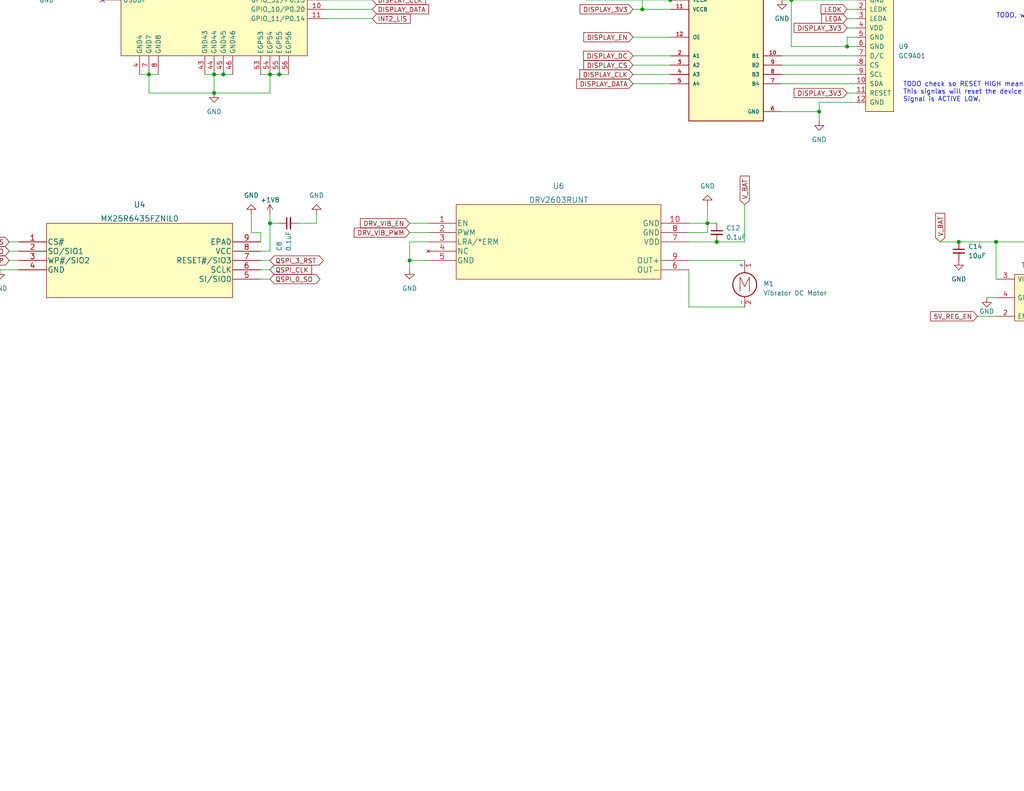
<source format=kicad_sch>
(kicad_sch (version 20211123) (generator eeschema)
  (paper "A")
  (junction (at -172.72 -48.26))
  (junction (at -55.88 -43.18))
  (junction (at -187.96 -38.1))
  (junction (at -17.78 73.66))
  (junction (at 78.74 -81.28))
  (junction (at -38.1 60.96))
  (junction (at 132.08 -12.7))
  (junction (at 261.62 66.04))
  (junction (at 175.26 2.54))
  (junction (at -170.18 -48.26))
  (junction (at 76.2 20.32))
  (junction (at 393.7 86.36))
  (junction (at -101.6 -48.26))
  (junction (at 109.22 -81.28))
  (junction (at 314.96 86.36))
  (junction (at -38.1 76.2))
  (junction (at -109.22 -27.94))
  (junction (at -231.14 -45.72))
  (junction (at 177.8 -25.4))
  (junction (at -22.86 73.66))
  (junction (at -259.08 -27.94))
  (junction (at 287.02 -12.7))
  (junction (at -124.46 -48.26))
  (junction (at -208.28 -17.78))
  (junction (at 218.44 -35.56))
  (junction (at -78.74 -33.02))
  (junction (at 231.14 12.7))
  (junction (at 58.42 20.32))
  (junction (at -218.44 -48.26))
  (junction (at 58.42 25.4))
  (junction (at 223.52 30.48))
  (junction (at 182.88 0))
  (junction (at -266.7 -43.18))
  (junction (at 73.66 20.32))
  (junction (at -218.44 -40.64))
  (junction (at 393.7 88.9))
  (junction (at 195.58 -15.24))
  (junction (at -254 -27.94))
  (junction (at -104.14 -48.26))
  (junction (at 215.9 0))
  (junction (at -22.86 66.04))
  (junction (at -266.7 -27.94))
  (junction (at 193.04 60.96))
  (junction (at 111.76 71.12))
  (junction (at -149.86 -17.78))
  (junction (at 93.98 -53.34))
  (junction (at 60.96 20.32))
  (junction (at -210.82 -48.26))
  (junction (at 40.64 20.32))
  (junction (at -279.4 -45.72))
  (junction (at 304.8 86.36))
  (junction (at -208.28 -48.26))
  (junction (at -193.04 -38.1))
  (junction (at 393.7 83.82))
  (junction (at -203.2 -10.16))
  (junction (at 271.78 66.04))
  (junction (at -241.3 -40.64))
  (junction (at 393.7 73.66))
  (junction (at -266.7 -45.72))
  (junction (at 220.98 -35.56))
  (junction (at -27.94 50.8))
  (junction (at -149.86 -7.62))
  (junction (at -144.78 2.54))
  (junction (at -17.78 66.04))
  (junction (at -17.78 60.96))
  (junction (at -38.1 73.66))
  (junction (at 195.58 66.04))
  (junction (at -101.6 -40.64))
  (junction (at -58.42 -43.18))
  (junction (at 73.66 60.96))
  (junction (at 294.64 0))
  (junction (at -157.48 2.54))
  (junction (at 287.02 0))
  (junction (at 386.08 73.66))
  (junction (at -22.86 60.96))
  (no_connect (at 383.54 76.2))
  (no_connect (at 383.54 91.44))
  (no_connect (at 347.98 88.9))
  (no_connect (at 347.98 91.44))
  (no_connect (at 347.98 86.36))
  (no_connect (at 347.98 76.2))
  (no_connect (at -83.82 63.5))
  (no_connect (at -116.84 -40.64))
  (no_connect (at 88.9 -45.72))
  (no_connect (at 27.94 -60.96))
  (no_connect (at 27.94 -58.42))
  (no_connect (at 27.94 -48.26))
  (no_connect (at 27.94 -50.8))
  (no_connect (at 27.94 -25.4))
  (no_connect (at 27.94 -30.48))
  (no_connect (at 27.94 -20.32))
  (no_connect (at 27.94 -17.78))
  (no_connect (at 27.94 -12.7))
  (no_connect (at 27.94 -10.16))
  (no_connect (at 88.9 -43.18))
  (no_connect (at 116.84 -25.4))
  (no_connect (at 116.84 -27.94))
  (no_connect (at 27.94 -2.54))
  (no_connect (at 27.94 0))
  (wire (pts (xy 119.38 -83.82) (xy 119.38 -81.28)))
  (wire (pts (xy 187.96 60.96) (xy 193.04 60.96)))
  (wire (pts (xy 20.32 -22.86) (xy 27.94 -22.86)))
  (wire (pts (xy -17.78 50.8) (xy -17.78 60.96)))
  (wire (pts (xy -266.7 -30.48) (xy -266.7 -27.94)))
  (wire (pts (xy 187.96 83.82) (xy 203.2 83.82)))
  (wire (pts (xy -208.28 -5.08) (xy -208.28 -17.78)))
  (wire (pts (xy -17.78 60.96) (xy -17.78 66.04)))
  (wire (pts (xy 93.98 -55.88) (xy 93.98 -53.34)))
  (wire (pts (xy 86.36 58.42) (xy 86.36 60.96)))
  (wire (pts (xy -55.88 -43.18) (xy -55.88 -38.1)))
  (wire (pts (xy 304.8 86.36) (xy 314.96 86.36)))
  (wire (pts (xy -17.78 66.04) (xy -17.78 73.66)))
  (wire (pts (xy 177.8 -25.4) (xy 177.8 -27.94)))
  (wire (pts (xy 76.2 60.96) (xy 73.66 60.96)))
  (wire (pts (xy -254 -30.48) (xy -254 -27.94)))
  (wire (pts (xy -170.18 -48.26) (xy -161.29 -48.26)))
  (wire (pts (xy 93.98 -60.96) (xy 88.9 -60.96)))
  (wire (pts (xy -93.98 -27.94) (xy -93.98 -38.1)))
  (wire (pts (xy 223.52 30.48) (xy 223.52 33.02)))
  (wire (pts (xy -266.7 -38.1) (xy -266.7 -43.18)))
  (wire (pts (xy 393.7 73.66) (xy 393.7 83.82)))
  (wire (pts (xy 93.98 -58.42) (xy 88.9 -58.42)))
  (wire (pts (xy 180.34 -22.86) (xy 180.34 -17.78)))
  (wire (pts (xy 213.36 17.78) (xy 233.68 17.78)))
  (wire (pts (xy -144.78 2.54) (xy -144.78 7.62)))
  (wire (pts (xy -144.78 2.54) (xy -142.24 2.54)))
  (wire (pts (xy -157.48 -17.78) (xy -149.86 -17.78)))
  (wire (pts (xy -195.58 -38.1) (xy -193.04 -38.1)))
  (wire (pts (xy 220.98 -35.56) (xy 220.98 -27.94)))
  (wire (pts (xy 279.4 -25.4) (xy 287.02 -25.4)))
  (wire (pts (xy 220.98 -35.56) (xy 226.06 -35.56)))
  (wire (pts (xy 99.06 -83.82) (xy 99.06 -81.28)))
  (wire (pts (xy -271.78 -43.18) (xy -266.7 -43.18)))
  (wire (pts (xy 88.9 2.54) (xy 101.6 2.54)))
  (wire (pts (xy 20.32 -27.94) (xy 27.94 -27.94)))
  (wire (pts (xy -266.7 -45.72) (xy -266.7 -43.18)))
  (wire (pts (xy 40.64 25.4) (xy 58.42 25.4)))
  (wire (pts (xy 292.1 -25.4) (xy 304.8 -25.4)))
  (wire (pts (xy 88.9 -7.62) (xy 101.6 -7.62)))
  (wire (pts (xy 231.14 12.7) (xy 233.68 12.7)))
  (wire (pts (xy -149.86 -10.16) (xy -149.86 -7.62)))
  (wire (pts (xy 279.4 -2.54) (xy 279.4 0)))
  (wire (pts (xy 109.22 -91.44) (xy 109.22 -88.9)))
  (wire (pts (xy 88.9 -12.7) (xy 101.6 -12.7)))
  (wire (pts (xy -238.76 -50.8) (xy -238.76 -40.64)))
  (wire (pts (xy 231.14 2.54) (xy 233.68 2.54)))
  (wire (pts (xy -210.82 -50.8) (xy -210.82 -48.26)))
  (wire (pts (xy -193.04 -38.1) (xy -187.96 -38.1)))
  (wire (pts (xy 116.84 66.04) (xy 111.76 66.04)))
  (wire (pts (xy 0 -93.98) (xy 0 -88.9)))
  (wire (pts (xy -208.28 -17.78) (xy -203.2 -17.78)))
  (wire (pts (xy -271.78 -30.48) (xy -271.78 -27.94)))
  (wire (pts (xy 287.02 -5.08) (xy 287.02 0)))
  (wire (pts (xy -25.4 50.8) (xy -27.94 50.8)))
  (wire (pts (xy -208.28 -48.26) (xy -193.04 -48.26)))
  (wire (pts (xy 55.88 20.32) (xy 58.42 20.32)))
  (wire (pts (xy -116.84 -55.88) (xy -116.84 -43.18)))
  (wire (pts (xy 195.58 -17.78) (xy 195.58 -15.24)))
  (wire (pts (xy 78.74 -91.44) (xy 78.74 -88.9)))
  (wire (pts (xy 2.54 66.04) (xy 5.08 66.04)))
  (wire (pts (xy 88.9 -10.16) (xy 101.6 -10.16)))
  (wire (pts (xy 383.54 88.9) (xy 393.7 88.9)))
  (wire (pts (xy 99.06 -81.28) (xy 109.22 -81.28)))
  (wire (pts (xy 119.38 -81.28) (xy 109.22 -81.28)))
  (wire (pts (xy 393.7 86.36) (xy 393.7 88.9)))
  (wire (pts (xy -78.74 -33.02) (xy -55.88 -33.02)))
  (wire (pts (xy 182.88 -2.54) (xy 182.88 0)))
  (wire (pts (xy -241.3 -45.72) (xy -231.14 -45.72)))
  (wire (pts (xy 2.54 68.58) (xy 5.08 68.58)))
  (wire (pts (xy 231.14 7.62) (xy 233.68 7.62)))
  (wire (pts (xy -38.1 73.66) (xy -22.86 73.66)))
  (wire (pts (xy 76.2 20.32) (xy 78.74 20.32)))
  (wire (pts (xy 58.42 -73.66) (xy 58.42 -71.12)))
  (wire (pts (xy -266.7 -45.72) (xy -264.16 -45.72)))
  (wire (pts (xy 12.7 -5.08) (xy 27.94 -5.08)))
  (wire (pts (xy 172.72 10.16) (xy 182.88 10.16)))
  (wire (pts (xy -27.94 45.72) (xy -27.94 50.8)))
  (wire (pts (xy -93.98 -48.26) (xy -101.6 -48.26)))
  (wire (pts (xy 304.8 86.36) (xy 304.8 88.9)))
  (wire (pts (xy -233.68 -27.94) (xy -233.68 -33.02)))
  (wire (pts (xy -170.18 -40.64) (xy -170.18 -48.26)))
  (wire (pts (xy 172.72 20.32) (xy 182.88 20.32)))
  (wire (pts (xy 299.72 66.04) (xy 299.72 76.2)))
  (wire (pts (xy -124.46 -55.88) (xy -124.46 -48.26)))
  (wire (pts (xy 215.9 0) (xy 233.68 0)))
  (wire (pts (xy -22.86 58.42) (xy -22.86 60.96)))
  (wire (pts (xy 20.32 -35.56) (xy 27.94 -35.56)))
  (wire (pts (xy 393.7 83.82) (xy 398.78 83.82)))
  (wire (pts (xy -157.48 0) (xy -157.48 2.54)))
  (wire (pts (xy 88.9 -2.54) (xy 101.6 -2.54)))
  (wire (pts (xy -266.7 -35.56) (xy -264.16 -35.56)))
  (wire (pts (xy 340.36 78.74) (xy 347.98 78.74)))
  (wire (pts (xy -271.78 -27.94) (xy -266.7 -27.94)))
  (wire (pts (xy -203.2 -10.16) (xy -203.2 -7.62)))
  (wire (pts (xy 271.78 66.04) (xy 281.94 66.04)))
  (wire (pts (xy 177.8 -27.94) (xy 180.34 -27.94)))
  (wire (pts (xy 38.1 -93.98) (xy 38.1 -86.36)))
  (wire (pts (xy -91.44 71.12) (xy -83.82 71.12)))
  (wire (pts (xy 269.24 81.28) (xy 271.78 81.28)))
  (wire (pts (xy -109.22 -55.88) (xy -109.22 -27.94)))
  (wire (pts (xy -193.04 -35.56) (xy -193.04 -38.1)))
  (wire (pts (xy -195.58 -40.64) (xy -195.58 -38.1)))
  (wire (pts (xy 187.96 71.12) (xy 203.2 71.12)))
  (wire (pts (xy 25.4 -93.98) (xy 25.4 -88.9)))
  (wire (pts (xy 213.36 15.24) (xy 233.68 15.24)))
  (wire (pts (xy 172.72 15.24) (xy 182.88 15.24)))
  (wire (pts (xy 71.12 71.12) (xy 73.66 71.12)))
  (wire (pts (xy 276.86 -12.7) (xy 281.94 -12.7)))
  (wire (pts (xy 175.26 2.54) (xy 182.88 2.54)))
  (wire (pts (xy -144.78 -17.78) (xy -149.86 -17.78)))
  (wire (pts (xy -50.8 -43.18) (xy -50.8 -45.72)))
  (wire (pts (xy 386.08 73.66) (xy 386.08 78.74)))
  (wire (pts (xy 20.32 -53.34) (xy 27.94 -53.34)))
  (wire (pts (xy 116.84 71.12) (xy 111.76 71.12)))
  (wire (pts (xy -38.1 76.2) (xy -22.86 76.2)))
  (wire (pts (xy -93.98 -40.64) (xy -101.6 -40.64)))
  (wire (pts (xy -147.32 -43.18) (xy -162.56 -43.18)))
  (wire (pts (xy -279.4 -45.72) (xy -266.7 -45.72)))
  (wire (pts (xy -40.64 76.2) (xy -38.1 76.2)))
  (wire (pts (xy 294.64 0) (xy 287.02 0)))
  (wire (pts (xy 287.02 -12.7) (xy 287.02 -10.16)))
  (wire (pts (xy -175.26 -38.1) (xy -172.72 -38.1)))
  (wire (pts (xy 88.9 -38.1) (xy 116.84 -38.1)))
  (wire (pts (xy 187.96 63.5) (xy 193.04 63.5)))
  (wire (pts (xy 73.66 68.58) (xy 73.66 60.96)))
  (wire (pts (xy -66.04 -40.64) (xy -58.42 -40.64)))
  (wire (pts (xy 261.62 66.04) (xy 271.78 66.04)))
  (wire (pts (xy 50.8 -93.98) (xy 50.8 -88.9)))
  (wire (pts (xy 294.64 -7.62) (xy 294.64 0)))
  (wire (pts (xy 111.76 66.04) (xy 111.76 71.12)))
  (wire (pts (xy 78.74 -83.82) (xy 78.74 -81.28)))
  (wire (pts (xy -266.7 -27.94) (xy -259.08 -27.94)))
  (wire (pts (xy 302.26 -20.32) (xy 304.8 -20.32)))
  (wire (pts (xy -22.86 73.66) (xy -17.78 73.66)))
  (wire (pts (xy 393.7 66.04) (xy 393.7 73.66)))
  (wire (pts (xy 88.9 -20.32) (xy 101.6 -20.32)))
  (wire (pts (xy 93.98 -60.96) (xy 93.98 -58.42)))
  (wire (pts (xy 266.7 86.36) (xy 271.78 86.36)))
  (wire (pts (xy 304.8 0) (xy 294.64 0)))
  (wire (pts (xy 88.9 5.08) (xy 101.6 5.08)))
  (wire (pts (xy 58.42 25.4) (xy 73.66 25.4)))
  (wire (pts (xy -20.32 50.8) (xy -17.78 50.8)))
  (wire (pts (xy 383.54 81.28) (xy 388.62 81.28)))
  (wire (pts (xy 213.36 20.32) (xy 233.68 20.32)))
  (wire (pts (xy 73.66 25.4) (xy 73.66 20.32)))
  (wire (pts (xy 88.9 -33.02) (xy 116.84 -33.02)))
  (wire (pts (xy 271.78 66.04) (xy 271.78 76.2)))
  (wire (pts (xy 93.98 -50.8) (xy 93.98 -53.34)))
  (wire (pts (xy 294.64 -20.32) (xy 294.64 -17.78)))
  (wire (pts (xy 215.9 0) (xy 215.9 12.7)))
  (wire (pts (xy 212.09 -33.02) (xy 218.44 -33.02)))
  (wire (pts (xy 193.04 60.96) (xy 195.58 60.96)))
  (wire (pts (xy -101.6 -40.64) (xy -101.6 -33.02)))
  (wire (pts (xy 88.9 -81.28) (xy 78.74 -81.28)))
  (wire (pts (xy 71.12 68.58) (xy 73.66 68.58)))
  (wire (pts (xy 223.52 27.94) (xy 223.52 30.48)))
  (wire (pts (xy 88.9 -55.88) (xy 93.98 -55.88)))
  (wire (pts (xy 88.9 -30.48) (xy 116.84 -30.48)))
  (wire (pts (xy 20.32 -43.18) (xy 27.94 -43.18)))
  (wire (pts (xy 88.9 -50.8) (xy 93.98 -50.8)))
  (wire (pts (xy 215.9 12.7) (xy 231.14 12.7)))
  (wire (pts (xy -109.22 -27.94) (xy -93.98 -27.94)))
  (wire (pts (xy 212.09 -35.56) (xy 213.36 -35.56)))
  (wire (pts (xy 195.58 -15.24) (xy 220.98 -15.24)))
  (wire (pts (xy 129.54 -12.7) (xy 132.08 -12.7)))
  (wire (pts (xy 213.36 30.48) (xy 223.52 30.48)))
  (wire (pts (xy 0 73.66) (xy 5.08 73.66)))
  (wire (pts (xy -266.7 -43.18) (xy -264.16 -43.18)))
  (wire (pts (xy -177.8 -48.26) (xy -172.72 -48.26)))
  (wire (pts (xy 88.9 -53.34) (xy 93.98 -53.34)))
  (wire (pts (xy -231.14 -40.64) (xy -218.44 -40.64)))
  (wire (pts (xy 111.76 71.12) (xy 111.76 73.66)))
  (wire (pts (xy -210.82 -48.26) (xy -208.28 -48.26)))
  (wire (pts (xy -281.94 -45.72) (xy -279.4 -45.72)))
  (wire (pts (xy -203.2 -7.62) (xy -198.12 -7.62)))
  (wire (pts (xy 88.9 -22.86) (xy 101.6 -22.86)))
  (wire (pts (xy 287.02 66.04) (xy 299.72 66.04)))
  (wire (pts (xy -241.3 -27.94) (xy -233.68 -27.94)))
  (wire (pts (xy 88.9 0) (xy 101.6 0)))
  (wire (pts (xy -144.78 -15.24) (xy -144.78 -17.78)))
  (wire (pts (xy 383.54 78.74) (xy 386.08 78.74)))
  (wire (pts (xy 203.2 66.04) (xy 203.2 55.88)))
  (wire (pts (xy -25.4 60.96) (xy -25.4 66.04)))
  (wire (pts (xy 88.9 -83.82) (xy 88.9 -81.28)))
  (wire (pts (xy 299.72 81.28) (xy 304.8 81.28)))
  (wire (pts (xy 119.38 -91.44) (xy 119.38 -88.9)))
  (wire (pts (xy 109.22 -83.82) (xy 109.22 -81.28)))
  (wire (pts (xy -22.86 73.66) (xy -22.86 76.2)))
  (wire (pts (xy 193.04 63.5) (xy 193.04 60.96)))
  (wire (pts (xy -203.2 -10.16) (xy -198.12 -10.16)))
  (wire (pts (xy -157.48 -7.62) (xy -149.86 -7.62)))
  (wire (pts (xy 132.08 -15.24) (xy 132.08 -12.7)))
  (wire (pts (xy 175.26 -2.54) (xy 175.26 2.54)))
  (wire (pts (xy 73.66 20.32) (xy 76.2 20.32)))
  (wire (pts (xy 20.32 -38.1) (xy 27.94 -38.1)))
  (wire (pts (xy 129.54 -15.24) (xy 129.54 -12.7)))
  (wire (pts (xy 71.12 76.2) (xy 73.66 76.2)))
  (wire (pts (xy 279.4 0) (xy 287.02 0)))
  (wire (pts (xy 213.36 0) (xy 215.9 0)))
  (wire (pts (xy 78.74 -81.28) (xy 71.12 -81.28)))
  (wire (pts (xy 160.02 0) (xy 182.88 0)))
  (wire (pts (xy -162.56 -43.18) (xy -162.56 -27.94)))
  (wire (pts (xy 187.96 73.66) (xy 187.96 83.82)))
  (wire (pts (xy -40.64 60.96) (xy -38.1 60.96)))
  (wire (pts (xy -124.46 -48.26) (xy -104.14 -48.26)))
  (wire (pts (xy -157.48 2.54) (xy -157.48 5.08)))
  (wire (pts (xy 20.32 -55.88) (xy 27.94 -55.88)))
  (wire (pts (xy -231.14 -48.26) (xy -218.44 -48.26)))
  (wire (pts (xy 231.14 5.08) (xy 233.68 5.08)))
  (wire (pts (xy -241.3 -40.64) (xy -241.3 -35.56)))
  (wire (pts (xy -101.6 -48.26) (xy -104.14 -48.26)))
  (wire (pts (xy 172.72 -2.54) (xy 175.26 -2.54)))
  (wire (pts (xy 71.12 73.66) (xy 73.66 73.66)))
  (wire (pts (xy 218.44 -33.02) (xy 218.44 -35.56)))
  (wire (pts (xy -187.96 -38.1) (xy -180.34 -38.1)))
  (wire (pts (xy 20.32 -33.02) (xy 27.94 -33.02)))
  (wire (pts (xy -93.98 -43.18) (xy -93.98 -48.26)))
  (wire (pts (xy -187.96 -40.64) (xy -187.96 -38.1)))
  (wire (pts (xy -208.28 -48.26) (xy -208.28 -17.78)))
  (wire (pts (xy 193.04 60.96) (xy 193.04 55.88)))
  (wire (pts (xy -27.94 58.42) (xy -27.94 50.8)))
  (wire (pts (xy 88.9 -91.44) (xy 88.9 -88.9)))
  (wire (pts (xy 383.54 83.82) (xy 393.7 83.82)))
  (wire (pts (xy 386.08 66.04) (xy 386.08 73.66)))
  (wire (pts (xy 340.36 81.28) (xy 347.98 81.28)))
  (wire (pts (xy 38.1 20.32) (xy 40.64 20.32)))
  (wire (pts (xy -238.76 -40.64) (xy -241.3 -40.64)))
  (wire (pts (xy -157.48 2.54) (xy -144.78 2.54)))
  (wire (pts (xy 393.7 86.36) (xy 398.78 86.36)))
  (wire (pts (xy -152.4 -38.1) (xy -147.32 -38.1)))
  (wire (pts (xy 231.14 25.4) (xy 233.68 25.4)))
  (wire (pts (xy 195.58 66.04) (xy 203.2 66.04)))
  (wire (pts (xy -104.14 -55.88) (xy -104.14 -48.26)))
  (wire (pts (xy 187.96 66.04) (xy 195.58 66.04)))
  (wire (pts (xy 177.8 -15.24) (xy 195.58 -15.24)))
  (wire (pts (xy -38.1 60.96) (xy -25.4 60.96)))
  (wire (pts (xy -271.78 -35.56) (xy -271.78 -43.18)))
  (wire (pts (xy -101.6 -43.18) (xy -101.6 -40.64)))
  (wire (pts (xy -40.64 73.66) (xy -38.1 73.66)))
  (wire (pts (xy -149.86 -15.24) (xy -149.86 -17.78)))
  (wire (pts (xy 175.26 -33.02) (xy 180.34 -33.02)))
  (wire (pts (xy -55.88 -43.18) (xy -50.8 -43.18)))
  (wire (pts (xy 391.16 73.66) (xy 393.7 73.66)))
  (wire (pts (xy 220.98 -22.86) (xy 220.98 -15.24)))
  (wire (pts (xy 233.68 10.16) (xy 231.14 10.16)))
  (wire (pts (xy -208.28 -5.08) (xy -198.12 -5.08)))
  (wire (pts (xy 233.68 27.94) (xy 223.52 27.94)))
  (wire (pts (xy -25.4 66.04) (xy -22.86 66.04)))
  (wire (pts (xy 2.54 71.12) (xy 5.08 71.12)))
  (wire (pts (xy -78.74 -33.02) (xy -78.74 -30.48)))
  (wire (pts (xy -99.06 68.58) (xy -83.82 68.58)))
  (wire (pts (xy 40.64 20.32) (xy 43.18 20.32)))
  (wire (pts (xy 71.12 63.5) (xy 71.12 66.04)))
  (wire (pts (xy 383.54 86.36) (xy 393.7 86.36)))
  (wire (pts (xy -162.56 -27.94) (xy -109.22 -27.94)))
  (wire (pts (xy -172.72 -48.26) (xy -172.72 -38.1)))
  (wire (pts (xy 86.36 60.96) (xy 81.28 60.96)))
  (wire (pts (xy -264.16 -38.1) (xy -266.7 -38.1)))
  (wire (pts (xy -279.4 -45.72) (xy -279.4 -43.18)))
  (wire (pts (xy 60.96 20.32) (xy 63.5 20.32)))
  (wire (pts (xy 231.14 10.16) (xy 231.14 12.7)))
  (wire (pts (xy -170.18 -40.64) (xy -147.32 -40.64)))
  (wire (pts (xy 20.32 -40.64) (xy 27.94 -40.64)))
  (wire (pts (xy -22.86 60.96) (xy -22.86 66.04)))
  (wire (pts (xy -17.78 73.66) (xy -17.78 83.82)))
  (wire (pts (xy 12.7 -93.98) (xy 12.7 -88.9)))
  (wire (pts (xy -149.86 -7.62) (xy -142.24 -7.62)))
  (wire (pts (xy 88.9 -5.08) (xy 101.6 -5.08)))
  (wire (pts (xy 279.4 -25.4) (xy 279.4 -7.62)))
  (wire (pts (xy 340.36 83.82) (xy 347.98 83.82)))
  (wire (pts (xy 180.34 -17.78) (xy 195.58 -17.78)))
  (wire (pts (xy 218.44 -35.56) (xy 220.98 -35.56)))
  (wire (pts (xy 58.42 20.32) (xy 60.96 20.32)))
  (wire (pts (xy -251.46 -30.48) (xy -251.46 -27.94)))
  (wire (pts (xy 88.9 -17.78) (xy 101.6 -17.78)))
  (wire (pts (xy 73.66 60.96) (xy 73.66 58.42)))
  (wire (pts (xy -101.6 -33.02) (xy -78.74 -33.02)))
  (wire (pts (xy 40.64 20.32) (xy 40.64 25.4)))
  (wire (pts (xy -38.1 58.42) (xy -27.94 58.42)))
  (wire (pts (xy 111.76 60.96) (xy 116.84 60.96)))
  (wire (pts (xy 172.72 2.54) (xy 175.26 2.54)))
  (wire (pts (xy -58.42 -40.64) (xy -58.42 -43.18)))
  (wire (pts (xy 132.08 -12.7) (xy 132.08 -10.16)))
  (wire (pts (xy -231.14 -45.72) (xy -231.14 -48.26)))
  (wire (pts (xy -60.96 -43.18) (xy -58.42 -43.18)))
  (wire (pts (xy -172.72 -48.26) (xy -170.18 -48.26)))
  (wire (pts (xy 68.58 63.5) (xy 71.12 63.5)))
  (wire (pts (xy 297.18 -20.32) (xy 294.64 -20.32)))
  (wire (pts (xy -91.44 60.96) (xy -83.82 60.96)))
  (wire (pts (xy 213.36 22.86) (xy 233.68 22.86)))
  (wire (pts (xy -218.44 -48.26) (xy -210.82 -48.26)))
  (wire (pts (xy -153.67 -48.26) (xy -124.46 -48.26)))
  (wire (pts (xy 393.7 88.9) (xy 393.7 91.44)))
  (wire (pts (xy 71.12 20.32) (xy 73.66 20.32)))
  (wire (pts (xy 314.96 86.36) (xy 325.12 86.36)))
  (wire (pts (xy 256.54 66.04) (xy 261.62 66.04)))
  (wire (pts (xy -55.88 -55.88) (xy -55.88 -43.18)))
  (wire (pts (xy -157.48 -17.78) (xy -157.48 -10.16)))
  (wire (pts (xy 172.72 17.78) (xy 182.88 17.78)))
  (wire (pts (xy -241.3 -30.48) (xy -241.3 -27.94)))
  (wire (pts (xy -58.42 -43.18) (xy -55.88 -43.18)))
  (wire (pts (xy -203.2 -12.7) (xy -203.2 -10.16)))
  (wire (pts (xy -251.46 -27.94) (xy -254 -27.94)))
  (wire (pts (xy 111.76 63.5) (xy 116.84 63.5)))
  (wire (pts (xy 299.72 86.36) (xy 304.8 86.36)))
  (wire (pts (xy 99.06 -91.44) (xy 99.06 -88.9)))
  (wire (pts (xy -259.08 -27.94) (xy -254 -27.94)))
  (wire (pts (xy 96.52 -53.34) (xy 93.98 -53.34)))
  (wire (pts (xy 177.8 -20.32) (xy 177.8 -25.4)))
  (wire (pts (xy 68.58 58.42) (xy 68.58 63.5)))
  (wire (pts (xy 88.9 -25.4) (xy 101.6 -25.4)))
  (wire (pts (xy 58.42 20.32) (xy 58.42 25.4)))
  (wire (pts (xy 172.72 -25.4) (xy 177.8 -25.4)))
  (wire (pts (xy 172.72 22.86) (xy 182.88 22.86)))
  (text "TODO, depends on placement on PCB" (at 93.98 -53.34 0) (effects (font (size 1.27 1.27)) (justify left bottom)))
  (text "3V3 display regulator" (at 185.42 -17.78 0) (effects (font (size 1.27 1.27)) (justify left bottom)))
  (text "MOSFET P/N Pair" (at -185.42 2.54 0) (effects (font (size 1.27 1.27)) (justify left bottom)))
  (text "SELI LOW => charge with 100mA\nSELV HIGH => charge to 4.2V" (at -284.48 -22.86 0) (effects (font (size 0.9 0.9)) (justify left bottom)))
  (text "Battery supervisor" (at -142.24 -45.72 0) (effects (font (size 1.27 1.27)) (justify left bottom)))
  (text "RESET goes LOW when V_BAT < 3.6V" (at -147.32 -27.94 0) (effects (font (size 1.27 1.27)) (justify left bottom)))
  (text "TODO CHECK if OK" (at -185.5432 -29.0836 0) (effects (font (size 1.27 1.27)) (justify left bottom)))
  (text "TODO: OK to use GND as PGND?\nTheir ref. design does that\nhttps://media.digikey.com/Photos/RDL/MAXREFDES117%20-%20Schematic%20-%20Full.png" (at 337.82 99.06 0) (effects (font (size 0.7 0.7)) (justify left bottom)))
  (text "Max 30mA for backlight\nU/I = R => 3.3/0.03 = 110 ohm" (at 307.34 -10.16 0) (effects (font (size 1.27 1.27)) (justify left bottom)))
  (text "I2C pull-ups" (at 78.74 -106.68 0) (effects (font (size 1.27 1.27)) (justify left bottom)))
  (text "In case of issues in battery and power management circuit \nthere are a solder bridge that can be unconnected\nin order for rest of board to still function.\n\nIf not working we can inject 5V at V_BAT testpoint and at 1.8V regulator CE." (at -142.24 -68.58 0) (effects (font (size 1.27 1.27)) (justify left bottom)))
  (text "TODO, will 1.8 turn on mosfet?" (at 271.78 5.08 0) (effects (font (size 1.27 1.27)) (justify left bottom)))
  (text "Use internal antenna" (at 93.98 -58.42 0) (effects (font (size 1.27 1.27)) (justify left bottom)))
  (text "To use external power when both\nbattery and external power are connected" (at -198.12 -55.88 0) (effects (font (size 1.27 1.27)) (justify left bottom)))
  (text "Pull down all EN.\nBattery is connected directly to some of those ICs\nbut since EN is pulled low and only set high by ANNA, they\nwill be off when battery is low (ANNA shut off)." (at 99.06 -106.68 0) (effects (font (size 1.27 1.27)) (justify left bottom)))
  (text "LIPO Charger" (at -259.08 -55.88 0) (effects (font (size 1.27 1.27)) (justify left bottom)))
  (text "_{I2C 0011101b}" (at -93.98 68.58 0) (effects (font (size 1.27 1.27)) (justify left bottom)))
  (text "TODO check so RESET HIGH means ON\nThis signlas will reset the device and it must be applied to properly initialize the chip.\nSignal is ACTIVE LOW." (at 246.38 27.94 0) (effects (font (size 1.27 1.27)) (justify left bottom)))
  (text "1.8V regulator" (at -86.36 -50.8 0) (effects (font (size 1.27 1.27)) (justify left bottom)))
  (text "1.8V" (at 266.7 -15.24 0) (effects (font (size 1.27 1.27)) (justify left bottom)))
  (global_label "DISPLAY_BLK" (shape input) (at 276.86 -12.7 180) (property "Intersheet References" "${INTERSHEET_REFS}" (effects hide)))
  (global_label "DISPLAY_EN" (shape input) (at 165.1 -96.52 270) (property "Intersheet References" "${INTERSHEET_REFS}" (effects hide)))
  (global_label "DISPLAY_CLK" (shape input) (at 172.72 20.32 180) (property "Intersheet References" "${INTERSHEET_REFS}" (effects hide)))
  (global_label "SDA_ANNA" (shape bidirectional) (at 88.9 -91.44 90) (property "Intersheet References" "${INTERSHEET_REFS}" (effects hide)))
  (global_label "INT2_LIS" (shape input) (at 101.6 5.08 0) (property "Intersheet References" "${INTERSHEET_REFS}" (effects hide)))
  (global_label "DISPLAY_EN" (shape input) (at 172.72 10.16 180) (property "Intersheet References" "${INTERSHEET_REFS}" (effects hide)))
  (global_label "BAT_MON" (shape input) (at 20.32 -33.02 180) (property "Intersheet References" "${INTERSHEET_REFS}" (effects hide)))
  (global_label "LEDA" (shape input) (at 231.14 5.08 180) (property "Intersheet References" "${INTERSHEET_REFS}" (effects hide)))
  (global_label "INT1_LIS" (shape input) (at 101.6 -5.08 0) (property "Intersheet References" "${INTERSHEET_REFS}" (effects hide)))
  (global_label "5V_REG_EN" (shape input) (at 20.32 -22.86 180) (property "Intersheet References" "${INTERSHEET_REFS}" (effects hide)))
  (global_label "DISPLAY_DC" (shape input) (at 172.72 15.24 180) (property "Intersheet References" "${INTERSHEET_REFS}" (effects hide)))
  (global_label "DISPLAY_EN" (shape input) (at 99.06 -91.44 90) (property "Intersheet References" "${INTERSHEET_REFS}" (effects hide)))
  (global_label "DRV_VIB_EN" (shape input) (at 101.6 -10.16 0) (property "Intersheet References" "${INTERSHEET_REFS}" (effects hide)))
  (global_label "SCL_ANNA" (shape output) (at 78.74 -91.44 90) (property "Intersheet References" "${INTERSHEET_REFS}" (effects hide)))
  (global_label "QSPI_CLK" (shape input) (at 20.32 -38.1 180) (property "Intersheet References" "${INTERSHEET_REFS}" (effects hide)))
  (global_label "DISPLAY_3V3" (shape input) (at 279.4 -25.4 180) (property "Intersheet References" "${INTERSHEET_REFS}" (effects hide)))
  (global_label "DISPLAY_CLK" (shape input) (at 101.6 0 0) (property "Intersheet References" "${INTERSHEET_REFS}" (effects hide)))
  (global_label "DISPLAY_3V3" (shape input) (at 157.48 -96.52 270) (property "Intersheet References" "${INTERSHEET_REFS}" (effects hide)))
  (global_label "SDA_ANNA" (shape input) (at 101.6 -22.86 0) (property "Intersheet References" "${INTERSHEET_REFS}" (effects hide)))
  (global_label "DRV_VIB_EN" (shape input) (at 109.22 -91.44 90) (property "Intersheet References" "${INTERSHEET_REFS}" (effects hide)))
  (global_label "SCL_ANNA" (shape input) (at 142.24 -96.52 270) (property "Intersheet References" "${INTERSHEET_REFS}" (effects hide)))
  (global_label "DISPLAY_CS" (shape input) (at 172.72 17.78 180) (property "Intersheet References" "${INTERSHEET_REFS}" (effects hide)))
  (global_label "DISPLAY_3V3" (shape input) (at 231.14 25.4 180) (property "Intersheet References" "${INTERSHEET_REFS}" (effects hide)))
  (global_label "V_BAT" (shape input) (at -104.14 -55.88 90) (property "Intersheet References" "${INTERSHEET_REFS}" (effects hide)))
  (global_label "INT1_LIS" (shape output) (at -38.1 66.04 0) (property "Intersheet References" "${INTERSHEET_REFS}" (effects hide)))
  (global_label "CHG" (shape input) (at -238.76 -40.64 0) (property "Intersheet References" "${INTERSHEET_REFS}" (effects hide)))
  (global_label "DISPLAY_3V3" (shape input) (at 226.06 -35.56 0) (property "Intersheet References" "${INTERSHEET_REFS}" (effects hide)))
  (global_label "DISPLAY_3V3" (shape input) (at 231.14 7.62 180) (property "Intersheet References" "${INTERSHEET_REFS}" (effects hide)))
  (global_label "LEDK" (shape input) (at 304.8 -20.32 0) (property "Intersheet References" "${INTERSHEET_REFS}" (effects hide)))
  (global_label "DRV_VIB_PWM" (shape input) (at 101.6 -20.32 0) (property "Intersheet References" "${INTERSHEET_REFS}" (effects hide)))
  (global_label "DRV_VIB_PWM" (shape input) (at 111.76 63.5 180) (property "Intersheet References" "${INTERSHEET_REFS}" (effects hide)))
  (global_label "SDA_ANNA" (shape input) (at 149.86 -96.52 270) (property "Intersheet References" "${INTERSHEET_REFS}" (effects hide)))
  (global_label "5V_REG_EN" (shape input) (at 266.7 86.36 180) (property "Intersheet References" "${INTERSHEET_REFS}" (effects hide)))
  (global_label "SDA_ANNA" (shape input) (at 340.36 81.28 180) (property "Intersheet References" "${INTERSHEET_REFS}" (effects hide)))
  (global_label "QSPI_2_WP" (shape bidirectional) (at 20.32 -43.18 180) (property "Intersheet References" "${INTERSHEET_REFS}" (effects hide)))
  (global_label "QSPI_3_RST" (shape bidirectional) (at 73.66 71.12 0) (property "Intersheet References" "${INTERSHEET_REFS}" (effects hide)))
  (global_label "BAT_MON_EN" (shape input) (at 20.32 -27.94 180) (property "Intersheet References" "${INTERSHEET_REFS}" (effects hide)))
  (global_label "V_BAT" (shape input) (at 172.72 -25.4 180) (property "Intersheet References" "${INTERSHEET_REFS}" (effects hide)))
  (global_label "SCL_ANNA" (shape input) (at -91.44 60.96 180) (property "Intersheet References" "${INTERSHEET_REFS}" (effects hide)))
  (global_label "LEDA" (shape input) (at 304.8 -25.4 0) (property "Intersheet References" "${INTERSHEET_REFS}" (effects hide)))
  (global_label "V_BAT" (shape input) (at 38.1 -86.36 270) (property "Intersheet References" "${INTERSHEET_REFS}" (effects hide)))
  (global_label "DISPLAY_CS" (shape input) (at 101.6 -12.7 0) (property "Intersheet References" "${INTERSHEET_REFS}" (effects hide)))
  (global_label "QSPI_0_SO" (shape bidirectional) (at 73.66 76.2 0) (property "Intersheet References" "${INTERSHEET_REFS}" (effects hide)))
  (global_label "DRV_VIB_EN" (shape input) (at 111.76 60.96 180) (property "Intersheet References" "${INTERSHEET_REFS}" (effects hide)))
  (global_label "INT2_LIS" (shape output) (at -38.1 68.58 0) (property "Intersheet References" "${INTERSHEET_REFS}" (effects hide)))
  (global_label "DISPLAY_3V3" (shape input) (at 172.72 2.54 180) (property "Intersheet References" "${INTERSHEET_REFS}" (effects hide)))
  (global_label "BAT_MON_EN" (shape input) (at -142.24 -7.62 0) (property "Intersheet References" "${INTERSHEET_REFS}" (effects hide)))
  (global_label "LEDK" (shape input) (at 231.14 2.54 180) (property "Intersheet References" "${INTERSHEET_REFS}" (effects hide)))
  (global_label "MAX30_INT" (shape input) (at 386.08 66.04 90) (property "Intersheet References" "${INTERSHEET_REFS}" (effects hide)))
  (global_label "DISPLAY_DC" (shape input) (at 101.6 -17.78 0) (property "Intersheet References" "${INTERSHEET_REFS}" (effects hide)))
  (global_label "DISPLAY_BLK" (shape input) (at 101.6 -7.62 0) (property "Intersheet References" "${INTERSHEET_REFS}" (effects hide)))
  (global_label "DISPLAY_EN" (shape input) (at 175.26 -33.02 180) (property "Intersheet References" "${INTERSHEET_REFS}" (effects hide)))
  (global_label "DISPLAY_EN" (shape input) (at 101.6 -2.54 0) (property "Intersheet References" "${INTERSHEET_REFS}" (effects hide)))
  (global_label "DISPLAY_DATA" (shape input) (at 101.6 2.54 0) (property "Intersheet References" "${INTERSHEET_REFS}" (effects hide)))
  (global_label "QSPI_1_SO" (shape bidirectional) (at 2.54 68.58 180) (property "Intersheet References" "${INTERSHEET_REFS}" (effects hide)))
  (global_label "V_BAT" (shape input) (at 203.2 55.88 90) (property "Intersheet References" "${INTERSHEET_REFS}" (effects hide)))
  (global_label "V_BAT" (shape input) (at 256.54 66.04 90) (property "Intersheet References" "${INTERSHEET_REFS}" (effects hide)))
  (global_label "QSPI_1_SO" (shape bidirectional) (at 20.32 -53.34 180) (property "Intersheet References" "${INTERSHEET_REFS}" (effects hide)))
  (global_label "QSPI_CS" (shape input) (at 2.54 66.04 180) (property "Intersheet References" "${INTERSHEET_REFS}" (effects hide)))
  (global_label "QSPI_2_WP" (shape bidirectional) (at 2.54 71.12 180) (property "Intersheet References" "${INTERSHEET_REFS}" (effects hide)))
  (global_label "QSPI_CLK" (shape input) (at 73.66 73.66 0) (property "Intersheet References" "${INTERSHEET_REFS}" (effects hide)))
  (global_label "QSPI_CS" (shape input) (at 20.32 -55.88 180) (property "Intersheet References" "${INTERSHEET_REFS}" (effects hide)))
  (global_label "SCL_ANNA" (shape input) (at 340.36 78.74 180) (property "Intersheet References" "${INTERSHEET_REFS}" (effects hide)))
  (global_label "QSPI_3_RST" (shape bidirectional) (at 20.32 -40.64 180) (property "Intersheet References" "${INTERSHEET_REFS}" (effects hide)))
  (global_label "DISPLAY_DATA" (shape input) (at 172.72 22.86 180) (property "Intersheet References" "${INTERSHEET_REFS}" (effects hide)))
  (global_label "5V_REG_EN" (shape input) (at 119.38 -91.44 90) (property "Intersheet References" "${INTERSHEET_REFS}" (effects hide)))
  (global_label "SCL_ANNA" (shape input) (at 101.6 -25.4 0) (property "Intersheet References" "${INTERSHEET_REFS}" (effects hide)))
  (global_label "QSPI_0_SO" (shape bidirectional) (at 20.32 -35.56 180) (property "Intersheet References" "${INTERSHEET_REFS}" (effects hide)))
  (global_label "SDA_ANNA" (shape input) (at -91.44 71.12 180) (property "Intersheet References" "${INTERSHEET_REFS}" (effects hide)))
  (global_label "BAT_MON" (shape input) (at -142.24 2.54 0) (property "Intersheet References" "${INTERSHEET_REFS}" (effects hide)))
  (symbol (lib_id "SamacSys_Parts:XC9265C181MR-G") (at -93.98 -43.18 0) (unit 1)
    (property "Reference" "IC2" (at -80.01 -49.53 0))
    (property "Value" "XC9265C181MR-G" (at -80.01 -46.99 0))
    (property "Footprint" "SamacSys_Parts:SOT95P280X130-5N" (effects hide))
    (property "Datasheet" "https://www.torexsemi.com/file/xc9265/XC9265.pdf" (effects hide))
    (property "Description" "Switching Voltage Regulators Ultra Low Power PFM DCDC Converter" (effects hide))
    (property "Height" "1.3" (effects hide))
    (property "Mouser Part Number" "865-XC9265C181MR-G" (effects hide))
    (property "Mouser Price/Stock" "https://www.mouser.co.uk/ProductDetail/Torex-Semiconductor/XC9265C181MR-G?qs=AsjdqWjXhJ%252B2%252Bo3yz6t%252BQA%3D%3D" (effects hide))
    (property "Manufacturer_Name" "Torex" (effects hide))
    (property "Manufacturer_Part_Number" "XC9265C181MR-G" (effects hide))
  )
  (symbol (lib_id "Connector:TestPoint") (at 165.1 -96.52 0) (unit 1)
    (property "Reference" "TP12" (at 163.685 -104.0064 0) (effects (justify left)))
    (property "Value" "MR" (at 163.685 -101.4664 0) (effects (justify left)))
    (property "Footprint" "TestPoint:TestPoint_Pad_D1.0mm" (effects hide))
  )
  (symbol (lib_id "power:GND") (at 388.62 81.28 180) (unit 1)
    (property "Reference" "#PWR050" (effects hide))
    (property "Value" "GND" (at 388.62 76.2 0))
  )
  (symbol (lib_id "SamacSys_Parts:TPS61023DRLT") (at 271.78 77.47 0) (unit 1)
    (property "Reference" "IC3" (at 285.75 69.85 0))
    (property "Value" "TPS61023DRLT" (at 285.75 72.39 0))
    (property "Footprint" "SamacSys_Parts:SOTFL50P160X60-6N" (effects hide))
    (property "Datasheet" "http://www.ti.com/general/docs/suppproductinfo.tsp?distId=10&gotoUrl=http%3A%2F%2Fwww.ti.com%2Flit%2Fgpn%2Ftps61023" (effects hide))
    (property "Description" "Switching Voltage Regulators 3-A boost converter with 0.5-V ultra-low input voltage 6-SOT-5X3 -40 to 125" (effects hide))
    (property "Height" "0.6" (effects hide))
    (property "Mouser Part Number" "595-TPS61023DRLT" (effects hide))
    (property "Mouser Price/Stock" "https://www.mouser.co.uk/ProductDetail/Texas-Instruments/TPS61023DRLT?qs=BJlw7L4Cy78Zr3IJIU3gNw%3D%3D" (effects hide))
    (property "Manufacturer_Name" "Texas Instruments" (effects hide))
    (property "Manufacturer_Part_Number" "TPS61023DRLT" (effects hide))
  )
  (symbol (lib_id "Device:R_Small") (at 287.02 -7.62 0) (unit 1)
    (property "Reference" "R15" (at 281.94 -7.62 90))
    (property "Value" "10k" (at 284.48 -7.62 90))
    (property "Footprint" "Resistor_SMD:R_0603_1608Metric_Pad0.98x0.95mm_HandSolder" (effects hide))
  )
  (symbol (lib_id "power:GND") (at 172.72 -7.62 180) (unit 1)
    (property "Reference" "#PWR037" (effects hide))
    (property "Value" "GND" (at 172.72 -12.7 0))
  )
  (symbol (lib_id "user_library:DRV2603RUNT") (at 116.84 60.96 0) (unit 1)
    (property "Reference" "U6" (at 152.4 50.8 0) (effects (font (size 1.524 1.524))))
    (property "Value" "DRV2603RUNT" (at 152.4 54.61 0) (effects (font (size 1.524 1.524))))
    (property "Footprint" "user_library:DRV2603RUNT" (effects hide))
    (property "Datasheet" "https://www.ti.com/general/docs/suppproductinfo.tsp?distId=10&gotoUrl=http%253A%252F%252Fwww.ti.com%252Flit%252Fgpn%252Fdrv2603" (effects hide))
    (property "motor" "https://www.mouser.se/new/dfrobot/dfrobot-fit0774-mini-vibration-motor/" (effects hide))
  )
  (symbol (lib_id "SamacSys_Parts:MAX30101EFD+T") (at 347.98 76.2 0) (unit 1)
    (property "Reference" "IC4" (at 365.76 68.58 0))
    (property "Value" "MAX30101EFD+T" (at 365.76 71.12 0))
    (property "Footprint" "SamacSys_Parts:14-LEAD-OESIP" (effects hide))
    (property "Datasheet" "https://datasheets.maximintegrated.com/en/ds/MAX30101.pdf" (effects hide))
    (property "Description" "Biometric Sensors Integrated Optical Sensor" (effects hide))
    (property "Mouser Part Number" "700-MAX30101EFD+T" (effects hide))
    (property "Mouser Price/Stock" "https://www.mouser.co.uk/ProductDetail/Maxim-Integrated/MAX30101EFD%2bT?qs=sITqEBh490kEm6CNcTH1tQ%3D%3D" (effects hide))
    (property "Manufacturer_Name" "Maxim Integrated" (effects hide))
    (property "Manufacturer_Part_Number" "MAX30101EFD+T" (effects hide))
    (property "app note" "https://pdfserv.maximintegrated.com/en/an/AN6409.pdf" (effects hide))
  )
  (symbol (lib_id "Device:R_Small") (at -266.7 -33.02 0) (unit 1)
    (property "Reference" "R2" (at -264.16 -33.02 0) (effects (justify left)))
    (property "Value" "10k" (at -264.16 -30.48 0) (effects (justify left)))
    (property "Footprint" "Resistor_SMD:R_0603_1608Metric_Pad0.98x0.95mm_HandSolder" (effects hide))
  )
  (symbol (lib_id "SamacSys_Parts:TLV840MAPL36DBVRQ1") (at -147.32 -43.18 0) (unit 1)
    (property "Reference" "IC1" (at -132.0799 -34.1151 0))
    (property "Value" "TLV840MAPL36DBVRQ1" (at -132.0799 -31.5751 0))
    (property "Footprint" "SamacSys_Parts:SOT95P280X145-5N" (effects hide))
    (property "Datasheet" "https://www.ti.com/lit/gpn/TLV840-Q1" (effects hide))
    (property "Description" "Supervisory Circuits Automotive low-voltage supervisor with adjustable-reset time delay and manual reset" (effects hide))
    (property "Height" "1.45" (effects hide))
    (property "Mouser Part Number" "595-V840MAPL36DBVRQ1" (effects hide))
    (property "Mouser Price/Stock" "https://www.mouser.co.uk/ProductDetail/Texas-Instruments/TLV840MAPL36DBVRQ1?qs=TuK3vfAjtkUvm%2FFmAPUHzQ%3D%3D" (effects hide))
    (property "Manufacturer_Name" "Texas Instruments" (effects hide))
    (property "Manufacturer_Part_Number" "TLV840MAPL36DBVRQ1" (effects hide))
  )
  (symbol (lib_id "Device:C_Small") (at -279.4 -40.64 0) (unit 1)
    (property "Reference" "C1" (at -287.02 -43.18 0) (effects (justify left)))
    (property "Value" "4.7uF" (at -287.02 -40.64 0) (effects (justify left)))
    (property "Footprint" "Capacitor_SMD:C_0603_1608Metric_Pad1.08x0.95mm_HandSolder" (effects hide))
  )
  (symbol (lib_id "Connector:TestPoint") (at -124.46 -55.88 0) (unit 1)
    (property "Reference" "TP5" (at -127 -63.5 0) (effects (justify left)))
    (property "Value" "V_BAT" (at -127 -60.96 0) (effects (justify left)))
    (property "Footprint" "TestPoint:TestPoint_Pad_D2.0mm" (effects hide))
  )
  (symbol (lib_id "power:GND") (at -144.78 -15.24 0) (unit 1)
    (property "Reference" "#PWR011" (effects hide))
    (property "Value" "GND" (at -144.78 -10.16 0))
  )
  (symbol (lib_id "Connector:TestPoint") (at 142.24 -96.52 0) (unit 1)
    (property "Reference" "TP9" (at 140.825 -104.0064 0) (effects (justify left)))
    (property "Value" "MR" (at 140.825 -101.4664 0) (effects (justify left)))
    (property "Footprint" "TestPoint:TestPoint_Pad_D1.0mm" (effects hide))
  )
  (symbol (lib_id "Connector:TestPoint") (at 157.48 -96.52 0) (unit 1)
    (property "Reference" "TP11" (at 156.065 -104.0064 0) (effects (justify left)))
    (property "Value" "MR" (at 156.065 -101.4664 0) (effects (justify left)))
    (property "Footprint" "TestPoint:TestPoint_Pad_D1.0mm" (effects hide))
  )
  (symbol (lib_id "power:VDDA") (at 0 -88.9 180) (unit 1)
    (property "Reference" "#PWR019" (effects hide))
    (property "Value" "VBUS_EXT" (at -5.08 -83.82 0) (effects (justify right)))
  )
  (symbol (lib_id "Device:L_Small") (at 215.9 -35.56 90) (unit 1)
    (property "Reference" "L2" (at 215.9 -39.37 90))
    (property "Value" "10uH" (at 215.9 -36.83 90))
  )
  (symbol (lib_id "power:GND") (at -218.44 -40.64 0) (unit 1)
    (property "Reference" "#PWR06" (effects hide))
    (property "Value" "GND" (at -218.44 -35.56 0))
  )
  (symbol (lib_id "Connector:Conn_ARM_JTAG_SWD_10") (at 129.54 -30.48 0) (mirror y) (unit 1)
    (property "Reference" "J1" (at 118.11 -31.7501 0) (effects (justify right)))
    (property "Value" "Conn_ARM_JTAG_SWD_10" (at 142.24 -40.64 90) (effects (justify right)))
    (property "Footprint" "Connector_PinHeader_1.27mm:PinHeader_2x05_P1.27mm_Vertical_SMD" (effects hide))
    (property "Datasheet" "http://infocenter.arm.com/help/topic/com.arm.doc.ddi0314h/DDI0314H_coresight_components_trm.pdf" (effects hide))
  )
  (symbol (lib_id "Device:R_Small") (at 284.48 -12.7 90) (unit 1)
    (property "Reference" "R14" (at 284.48 -15.24 90))
    (property "Value" "1k" (at 284.48 -17.78 90))
    (property "Footprint" "Resistor_SMD:R_0603_1608Metric_Pad0.98x0.95mm_HandSolder" (effects hide))
  )
  (symbol (lib_id "power:GND") (at 398.78 91.44 0) (unit 1)
    (property "Reference" "#PWR054" (effects hide))
    (property "Value" "GND" (at 398.78 96.52 0))
  )
  (symbol (lib_id "Device:R_Small") (at 99.06 -86.36 0) (unit 1)
    (property "Reference" "R11" (at 101.6 -87.6301 0) (effects (justify left)))
    (property "Value" "100k" (at 101.6 -85.0901 0) (effects (justify left)))
    (property "Footprint" "Resistor_SMD:R_0603_1608Metric_Pad0.98x0.95mm_HandSolder" (effects hide))
  )
  (symbol (lib_id "power:GND") (at 132.08 -10.16 0) (unit 1)
    (property "Reference" "#PWR035" (effects hide))
    (property "Value" "GND" (at 132.08 -5.08 0))
  )
  (symbol (lib_id "Device:C_Small") (at -20.32 60.96 270) (unit 1)
    (property "Reference" "C6" (at -17.78 58.42 90) (effects (justify left)))
    (property "Value" "100nF" (at -17.78 55.88 90) (effects (justify left)))
    (property "Footprint" "Capacitor_SMD:C_0603_1608Metric_Pad1.08x0.95mm_HandSolder" (effects hide))
  )
  (symbol (lib_id "power:+1V8") (at -50.8 -45.72 0) (unit 1)
    (property "Reference" "#PWR015" (effects hide))
    (property "Value" "+1V8" (at -50.8 -49.53 0))
  )
  (symbol (lib_id "Device:R_Small") (at 388.62 73.66 270) (unit 1)
    (property "Reference" "R19" (at 388.62 68.58 90))
    (property "Value" "4.7k" (at 388.62 71.12 90))
    (property "Footprint" "Resistor_SMD:R_0603_1608Metric_Pad0.98x0.95mm_HandSolder" (effects hide))
  )
  (symbol (lib_id "Device:R_Small") (at 299.72 -20.32 90) (unit 1)
    (property "Reference" "R16" (at 299.72 -15.24 90))
    (property "Value" "110" (at 299.72 -17.78 90))
    (property "Footprint" "Resistor_SMD:R_0603_1608Metric_Pad0.98x0.95mm_HandSolder" (effects hide))
  )
  (symbol (lib_id "power:GND") (at 269.24 81.28 0) (unit 1)
    (property "Reference" "#PWR044" (effects hide))
    (property "Value" "GND" (at 269.226 85.0132 0))
  )
  (symbol (lib_id "Device:L_Small") (at 284.48 66.04 90) (unit 1)
    (property "Reference" "L3" (at 284.48 60.96 90))
    (property "Value" "1uH" (at 284.48 63.5 90))
  )
  (symbol (lib_id "power:GND") (at 193.04 55.88 180) (unit 1)
    (property "Reference" "#PWR039" (effects hide))
    (property "Value" "GND" (at 193.04 50.8 0))
  )
  (symbol (lib_id "power:GND") (at 109.22 -81.28 0) (unit 1)
    (property "Reference" "#PWR032" (effects hide))
    (property "Value" "GND" (at 109.22 -76.2 0))
  )
  (symbol (lib_id "Device:Battery_Cell") (at -218.44 -43.18 0) (unit 1)
    (property "Reference" "BT1" (at -213.36 -45.72 0) (effects (justify left)))
    (property "Value" "Battery pack" (at -215.9 -43.18 0) (effects (justify left)))
  )
  (symbol (lib_id "power:+1V8") (at -233.68 -33.02 0) (unit 1)
    (property "Reference" "#PWR04" (effects hide))
    (property "Value" "+1V8" (at -233.68 -36.83 0))
  )
  (symbol (lib_id "user_library:XC9265A331MR-G") (at 180.34 -33.02 0) (unit 1)
    (property "Reference" "U7" (at 198.12 -44.45 0) (effects (font (size 1.524 1.524))))
    (property "Value" "XC9265A331MR-G" (at 198.12 -40.64 0) (effects (font (size 1.524 1.524))))
    (property "Footprint" "SamacSys_Parts:SOT95P280X130-5N" (effects hide))
    (property "Datasheet" "https://www.torexsemi.com/file/xc9265/XC9265.pdf" (effects hide))
  )
  (symbol (lib_id "Device:R_Small") (at 88.9 -86.36 0) (unit 1)
    (property "Reference" "R10" (at 91.44 -87.6301 0) (effects (justify left)))
    (property "Value" "4.7k" (at 91.44 -85.0901 0) (effects (justify left)))
    (property "Footprint" "Resistor_SMD:R_0603_1608Metric_Pad0.98x0.95mm_HandSolder" (effects hide))
  )
  (symbol (lib_id "user_library:DMC2400UV-7") (at -157.48 -10.16 0) (mirror y) (unit 1)
    (property "Reference" "U2" (at -177.8 -20.32 0) (effects (font (size 1.524 1.524))))
    (property "Value" "DMC2400UV-7" (at -177.8 -17.78 0) (effects (font (size 1.524 1.524))))
    (property "Footprint" "user_library:DMC2400UV-7" (effects hide))
    (property "Datasheet" "https://www.diodes.com/assets/Datasheets/DMC2400UV.pdf" (effects hide))
  )
  (symbol (lib_id "power:GND") (at 111.76 73.66 0) (unit 1)
    (property "Reference" "#PWR033" (effects hide))
    (property "Value" "GND" (at 111.76 78.74 0))
  )
  (symbol (lib_id "power:GND") (at 58.42 25.4 0) (unit 1)
    (property "Reference" "#PWR026" (effects hide))
    (property "Value" "GND" (at 58.42 30.48 0))
  )
  (symbol (lib_id "Device:C_Small") (at 177.8 -17.78 0) (unit 1)
    (property "Reference" "C10" (at 170.18 -20.32 0) (effects (justify left)))
    (property "Value" "10uF" (at 170.18 -17.78 0) (effects (justify left)))
    (property "Footprint" "Capacitor_SMD:C_0603_1608Metric_Pad1.08x0.95mm_HandSolder" (effects hide))
    (property "Type" "Ceramic" (effects hide))
  )
  (symbol (lib_id "power:GND") (at -157.48 10.16 0) (unit 1)
    (property "Reference" "#PWR09" (effects hide))
    (property "Value" "GND" (at -157.48 15.24 0))
  )
  (symbol (lib_id "Connector:TestPoint") (at 149.86 -96.52 0) (unit 1)
    (property "Reference" "TP10" (at 148.445 -104.0064 0) (effects (justify left)))
    (property "Value" "MR" (at 148.445 -101.4664 0) (effects (justify left)))
    (property "Footprint" "TestPoint:TestPoint_Pad_D1.0mm" (effects hide))
  )
  (symbol (lib_id "Device:C_Small") (at -22.86 50.8 270) (unit 1)
    (property "Reference" "C5" (at -20.32 43.18 0) (effects (justify left)))
    (property "Value" "100nF" (at -22.86 43.18 0) (effects (justify left)))
    (property "Footprint" "Capacitor_SMD:C_0603_1608Metric_Pad1.08x0.95mm_HandSolder" (effects hide))
  )
  (symbol (lib_id "Device:C_Small") (at -231.14 -43.18 180) (unit 1)
    (property "Reference" "C2" (at -226.06 -43.18 0) (effects (justify left)))
    (property "Value" "2.2uF" (at -223.52 -45.72 0) (effects (justify left)))
    (property "Footprint" "Capacitor_SMD:C_0603_1608Metric_Pad1.08x0.95mm_HandSolder" (effects hide))
  )
  (symbol (lib_id "power:GND") (at 12.7 -5.08 0) (unit 1)
    (property "Reference" "#PWR022" (effects hide))
    (property "Value" "GND" (at 12.7 0 0))
  )
  (symbol (lib_id "user_library:TXB0104QRUTRQ1") (at 198.12 15.24 0) (unit 1)
    (property "Reference" "U8" (at 198.12 -6.35 0))
    (property "Value" "TXB0104QRUTRQ1" (at 198.12 -3.81 0))
    (property "Footprint" "SamacSys_Parts:HPA01164RUTR" (effects hide))
    (property "Datasheet" "https://www.ti.com/general/docs/suppproductinfo.tsp?distId=10&gotoUrl=https%3A%2F%2Fwww.ti.com%2Flit%2Fgpn%2Ftxb0104-q1" (effects hide))
    (property "MANUFACTURER" "Texas Instruments" (effects hide))
    (property "STANDARD" "Manufacturer Recommendations" (effects hide))
    (property "PARTREV" "4210580/C 06/12" (effects hide))
    (property "MAXIMUM_PACKAGE_HEIGHT" "0.55mm" (effects hide))
  )
  (symbol (lib_id "Device:R_Small") (at -157.48 -2.54 0) (unit 1)
    (property "Reference" "R6" (at -153.67 -3.8101 0) (effects (justify left)))
    (property "Value" "1M5" (at -153.67 -1.2701 0) (effects (justify left)))
    (property "Footprint" "Resistor_SMD:R_0603_1608Metric_Pad0.98x0.95mm_HandSolder" (effects hide))
  )
  (symbol (lib_id "power:PWR_FLAG") (at 0 -93.98 0) (unit 1)
    (property "Reference" "#FLG01" (effects hide))
    (property "Value" "PWR_FLAG" (at 0 -97.79 0))
  )
  (symbol (lib_id "power:PWR_FLAG") (at 25.4 -93.98 0) (unit 1)
    (property "Reference" "#FLG03" (effects hide))
    (property "Value" "PWR_FLAG" (at 25.4 -97.79 0))
  )
  (symbol (lib_id "Device:C_Small") (at 172.72 -5.08 0) (unit 1)
    (property "Reference" "C9" (at 165.1 -7.62 0) (effects (justify left)))
    (property "Value" "0.1uF" (at 165.1 -5.08 0) (effects (justify left)))
    (property "Footprint" "Capacitor_SMD:C_0603_1608Metric_Pad1.08x0.95mm_HandSolder" (effects hide))
  )
  (symbol (lib_id "Device:R_Small") (at 78.74 -86.36 0) (unit 1)
    (property "Reference" "R9" (at 82.55 -87.6301 0) (effects (justify left)))
    (property "Value" "4.7k" (at 82.55 -85.0901 0) (effects (justify left)))
    (property "Footprint" "Resistor_SMD:R_0603_1608Metric_Pad0.98x0.95mm_HandSolder" (effects hide))
  )
  (symbol (lib_id "power:GND") (at -17.78 83.82 0) (unit 1)
    (property "Reference" "#PWR018" (effects hide))
    (property "Value" "GND" (at -17.78 88.9 0))
  )
  (symbol (lib_id "Device:R_Small") (at 304.8 91.44 180) (unit 1)
    (property "Reference" "R18" (at 309.88 91.44 90))
    (property "Value" "100k" (at 307.34 91.44 90))
    (property "Footprint" "Resistor_SMD:R_0603_1608Metric_Pad0.98x0.95mm_HandSolder" (effects hide))
  )
  (symbol (lib_id "Connector:TestPoint") (at -109.22 -55.88 0) (unit 1)
    (property "Reference" "TP7" (at -110.635 -63.3664 0) (effects (justify left)))
    (property "Value" "RESET" (at -111.76 -60.96 0) (effects (justify left)))
    (property "Footprint" "TestPoint:TestPoint_Pad_D1.0mm" (effects hide))
  )
  (symbol (lib_id "Device:C_Small") (at 78.74 60.96 90) (unit 1)
    (property "Reference" "C8" (at 76.2 68.58 0) (effects (justify left)))
    (property "Value" "0.1uF" (at 78.74 68.58 0) (effects (justify left)))
    (property "Footprint" "Capacitor_SMD:C_0603_1608Metric_Pad1.08x0.95mm_HandSolder" (effects hide))
  )
  (symbol (lib_id "Connector:TestPoint") (at -238.76 -50.8 0) (unit 1)
    (property "Reference" "TP1" (at -240.175 -58.2864 0) (effects (justify left)))
    (property "Value" "CHG" (at -240.175 -55.7464 0) (effects (justify left)))
    (property "Footprint" "TestPoint:TestPoint_Pad_D1.0mm" (effects hide))
  )
  (symbol (lib_id "power:GND") (at 50.8 -88.9 0) (unit 1)
    (property "Reference" "#PWR024" (effects hide))
    (property "Value" "GND" (at 50.8 -83.82 0))
  )
  (symbol (lib_id "power:GND") (at 261.62 71.12 0) (unit 1)
    (property "Reference" "#PWR043" (effects hide))
    (property "Value" "GND" (at 261.62 76.2 0))
  )
  (symbol (lib_id "power:GND") (at 68.58 58.42 180) (unit 1)
    (property "Reference" "#PWR027" (effects hide))
    (property "Value" "GND" (at 68.58 53.34 0))
  )
  (symbol (lib_id "Battery_Management:MAX1811") (at -254 -40.64 0) (unit 1)
    (property "Reference" "U1" (at -252.73 -52.07 0))
    (property "Value" "MAX1811ESA+" (at -252.73 -49.53 0))
    (property "Footprint" "SamacSys_Parts:SOIC127P600X175-8N" (effects hide))
    (property "Datasheet" "https://datasheets.maximintegrated.com/en/ds/MAX1811.pdf" (effects hide))
    (property "Buy" "https://www.mouser.se/ProductDetail/Maxim-Integrated/MAX1811ESA%2b?qs=1THa7WoU59FxvQ%2FjYxmqcA%3D%3D" (effects hide))
    (property "Option other foot" "https://www.mouser.se/ProductDetail/Maxim-Integrated/MAX1811ESA%2bT?qs=LHmEVA8xxfY%252BsTY6IQXzSQ%3D%3D" (effects hide))
  )
  (symbol (lib_id "power:GND") (at 195.58 -15.24 0) (unit 1)
    (property "Reference" "#PWR040" (effects hide))
    (property "Value" "GND" (at 195.58 -10.16 0))
  )
  (symbol (lib_id "user_library:MX25R6435FZNIL0") (at 5.08 66.04 0) (unit 1)
    (property "Reference" "U4" (at 38.1 55.88 0) (effects (font (size 1.524 1.524))))
    (property "Value" "MX25R6435FZNIL0" (at 38.1 59.69 0) (effects (font (size 1.524 1.524))))
    (property "Footprint" "user_library:MX25R6435FZNIL0" (effects hide))
    (property "Datasheet" "https://static6.arrow.com/aropdfconversion/a35c4dff799e6b2e44732bd665796d74a8a3f62a/244684669660894mx25r6435f20wide20range2064mb20v1..pdf" (effects hide))
    (property "Options" "https://www.macronix.com/Lists/ApplicationNote/Attachments/1940/AN-0418V1-Comparison%20of%20Macronix%20MX25U%20Series%20with%20MX25R%20Serial%20NOR%20Flash(16-32-64Mb).pdf" (effects hide))
  )
  (symbol (lib_id "power:GND") (at -193.04 -30.48 0) (unit 1)
    (property "Reference" "#PWR08" (effects hide))
    (property "Value" "GND" (at -193.04 -25.4 0))
  )
  (symbol (lib_id "Device:R_Small") (at -149.86 -12.7 0) (unit 1)
    (property "Reference" "R8" (at -154.94 -12.7 0) (effects (justify left)))
    (property "Value" "1M0" (at -154.94 -10.16 0) (effects (justify left)))
    (property "Footprint" "Resistor_SMD:R_0603_1608Metric_Pad0.98x0.95mm_HandSolder" (effects hide))
  )
  (symbol (lib_id "Connector:TestPoint") (at -55.88 -55.88 0) (unit 1)
    (property "Reference" "TP8" (at -58.42 -63.5 0) (effects (justify left)))
    (property "Value" "1V8" (at -58.42 -60.96 0) (effects (justify left)))
    (property "Footprint" "TestPoint:TestPoint_Pad_D2.0mm" (effects hide))
  )
  (symbol (lib_id "power:GND") (at -78.74 -30.48 0) (unit 1)
    (property "Reference" "#PWR014" (effects hide))
    (property "Value" "GND" (at -78.74 -25.4 0))
  )
  (symbol (lib_id "Device:C_Small") (at 220.98 -25.4 0) (unit 1)
    (property "Reference" "C13" (at 213.36 -27.94 0) (effects (justify left)))
    (property "Value" "22uF" (at 213.36 -25.4 0) (effects (justify left)))
    (property "Footprint" "Capacitor_SMD:C_0603_1608Metric_Pad1.08x0.95mm_HandSolder" (effects hide))
    (property "Type" "Ceramic" (effects hide))
  )
  (symbol (lib_id "Device:R_Small") (at -193.04 -33.02 0) (unit 1)
    (property "Reference" "R5" (at -190.5 -33.02 0) (effects (justify left)))
    (property "Value" "10k" (at -190.5 -30.48 0) (effects (justify left)))
    (property "Footprint" "Resistor_SMD:R_0603_1608Metric_Pad0.98x0.95mm_HandSolder" (effects hide))
  )
  (symbol (lib_id "power:+1V8") (at 25.4 -88.9 180) (unit 1)
    (property "Reference" "#PWR023" (effects hide))
    (property "Value" "+1V8" (at 22.86 -83.82 0) (effects (justify right)))
  )
  (symbol (lib_id "power:GND") (at 213.36 0 0) (unit 1)
    (property "Reference" "#PWR041" (effects hide))
    (property "Value" "GND" (at 213.36 5.08 0))
  )
  (symbol (lib_id "Device:R_Small") (at -157.48 7.62 0) (unit 1)
    (property "Reference" "R7" (at -153.67 6.3499 0) (effects (justify left)))
    (property "Value" "220k" (at -153.67 8.8899 0) (effects (justify left)))
    (property "Footprint" "Resistor_SMD:R_0603_1608Metric_Pad0.98x0.95mm_HandSolder" (effects hide))
  )
  (symbol (lib_id "Device:C_Small") (at 195.58 63.5 0) (unit 1)
    (property "Reference" "C12" (at 198.12 62.2362 0) (effects (justify left)))
    (property "Value" "0.1uF" (at 198.12 64.7762 0) (effects (justify left)))
    (property "Footprint" "Capacitor_SMD:C_0603_1608Metric_Pad1.08x0.95mm_HandSolder" (effects hide))
  )
  (symbol (lib_id "power:GND") (at -259.08 -27.94 0) (unit 1)
    (property "Reference" "#PWR03" (effects hide))
    (property "Value" "GND" (at -259.08 -22.86 0))
  )
  (symbol (lib_id "Device:R_Small") (at -203.2 -15.24 0) (unit 1)
    (property "Reference" "R4" (at -199.39 -16.5101 0) (effects (justify left)))
    (property "Value" "1M0" (at -199.39 -13.9701 0) (effects (justify left)))
    (property "Footprint" "Resistor_SMD:R_0603_1608Metric_Pad0.98x0.95mm_HandSolder" (effects hide))
  )
  (symbol (lib_id "power:GND") (at -132.08 -55.88 0) (unit 1)
    (property "Reference" "#PWR012" (effects hide))
    (property "Value" "GND" (at -132.08 -50.8 0))
  )
  (symbol (lib_id "power:+5V") (at 393.7 91.44 180) (unit 1)
    (property "Reference" "#PWR052" (effects hide))
    (property "Value" "+5V" (at 393.7 91.44 0) (effects (justify right)))
  )
  (symbol (lib_id "Device:R_Small") (at -271.78 -33.02 0) (unit 1)
    (property "Reference" "R1" (at -276.86 -33.02 0) (effects (justify left)))
    (property "Value" "10k" (at -276.86 -30.48 0) (effects (justify left)))
    (property "Footprint" "Resistor_SMD:R_0603_1608Metric_Pad0.98x0.95mm_HandSolder" (effects hide))
  )
  (symbol (lib_id "user_library:ANNA-B402") (at 58.42 -60.96 0) (unit 1)
    (property "Reference" "U5" (at 60.4394 -69.85 0) (effects (justify left)))
    (property "Value" "u-blox ANNA-B402" (at 60.4394 -67.31 0) (effects (justify left)))
    (property "Footprint" "user_library:ANNA-B402" (effects hide))
    (property "Datasheet" "https://content.u-blox.com/sites/default/files/ANNA-B402_DataSheet_UBX-20032372.pdf" (effects hide))
  )
  (symbol (lib_id "user_library:GC9A01") (at 240.03 12.7 0) (unit 1)
    (property "Reference" "U9" (at 245.11 12.6999 0) (effects (justify left)))
    (property "Value" "GC9A01" (at 245.11 15.2399 0) (effects (justify left)))
    (property "Footprint" "user_library:GC9A01_disp" (effects hide))
    (property "Datasheet" "https://www.buydisplay.com/download/ic/GC9A01A.pdf" (effects hide))
    (property "Ds_opt" "https://www.buydisplay.com/download/manual/ER-TFT1.28-1_Datasheet.pdf" (effects hide))
    (property "backlight?" "https://electronics.stackexchange.com/questions/594928/gc9a01-lcd-display-backlight-pwm-control" (effects hide))
  )
  (symbol (lib_id "Device:R_Small") (at -241.3 -33.02 0) (unit 1)
    (property "Reference" "R3" (at -238.76 -33.02 0) (effects (justify left)))
    (property "Value" "10k" (at -238.76 -30.48 0) (effects (justify left)))
    (property "Footprint" "Resistor_SMD:R_0603_1608Metric_Pad0.98x0.95mm_HandSolder" (effects hide))
  )
  (symbol (lib_id "Connector:TestPoint") (at -132.08 -55.88 0) (unit 1)
    (property "Reference" "TP4" (at -134.62 -63.5 0) (effects (justify left)))
    (property "Value" "GND" (at -134.62 -60.96 0) (effects (justify left)))
    (property "Footprint" "TestPoint:TestPoint_Pad_D2.0mm" (effects hide))
  )
  (symbol (lib_id "power:PWR_FLAG") (at 50.8 -93.98 0) (unit 1)
    (property "Reference" "#FLG05" (effects hide))
    (property "Value" "PWR_FLAG" (at 50.8 -97.79 0))
  )
  (symbol (lib_id "Device:L_Small") (at -63.5 -43.18 90) (unit 1)
    (property "Reference" "L1" (at -63.5 -46.99 90))
    (property "Value" "10uH" (at -63.5 -44.45 90))
  )
  (symbol (lib_id "power:+1V8") (at 73.66 58.42 0) (unit 1)
    (property "Reference" "#PWR029" (effects hide))
    (property "Value" "+1V8" (at 73.66 54.61 0))
  )
  (symbol (lib_id "power:VBUS") (at -281.94 -45.72 0) (unit 1)
    (property "Reference" "#PWR01" (effects hide))
    (property "Value" "VBUS" (at -281.94 -49.4284 0))
  )
  (symbol (lib_id "power:+5V") (at 325.12 86.36 0) (unit 1)
    (property "Reference" "#PWR048" (effects hide))
    (property "Value" "+5V" (at 325.12 81.28 0))
  )
  (symbol (lib_id "Connector:TestPoint") (at -210.82 -50.8 0) (unit 1)
    (property "Reference" "TP2" (at -213.36 -58.42 0) (effects (justify left)))
    (property "Value" "+BATT" (at -213.36 -55.88 0) (effects (justify left)))
    (property "Footprint" "TestPoint:TestPoint_Pad_D1.0mm" (effects hide))
  )
  (symbol (lib_id "Device:C_Small") (at 314.96 88.9 0) (unit 1)
    (property "Reference" "C16" (at 317.5 87.6362 0) (effects (justify left)))
    (property "Value" "2x22uF" (at 317.5 90.1762 0) (effects (justify left)))
    (property "Footprint" "Capacitor_SMD:C_0603_1608Metric_Pad1.08x0.95mm_HandSolder" (effects hide))
  )
  (symbol (lib_id "Device:NetTie_2") (at 289.56 -25.4 0) (unit 1)
    (property "Reference" "NT1" (at 289.56 -29.21 0))
    (property "Value" "NetTie_2" (at 289.56 -26.67 0))
  )
  (symbol (lib_id "power:VDDA") (at -195.58 -40.64 0) (unit 1)
    (property "Reference" "#PWR07" (effects hide))
    (property "Value" "VBUS_EXT" (at -195.58 -44.45 0))
  )
  (symbol (lib_id "Jumper:SolderJumper_2_Open") (at -157.48 -48.26 0) (unit 1)
    (property "Reference" "JP1" (at -157.48 -53.34 0))
    (property "Value" "Power Circuit Connect" (at -157.48 -50.8 0))
    (property "Footprint" "Jumper:SolderJumper-2_P1.3mm_Open_RoundedPad1.0x1.5mm" (effects hide))
  )
  (symbol (lib_id "power:PWR_FLAG") (at 12.7 -93.98 0) (unit 1)
    (property "Reference" "#FLG02" (effects hide))
    (property "Value" "PWR_FLAG" (at 12.7 -97.79 0))
  )
  (symbol (lib_id "Device:C_Small") (at 279.4 -5.08 0) (unit 1)
    (property "Reference" "C15" (at 271.78 -7.62 0) (effects (justify left)))
    (property "Value" "1uF" (at 271.78 -5.08 0) (effects (justify left)))
    (property "Footprint" "Capacitor_SMD:C_0603_1608Metric_Pad1.08x0.95mm_HandSolder" (effects hide))
  )
  (symbol (lib_id "Device:R_Small") (at 304.8 83.82 180) (unit 1)
    (property "Reference" "R17" (at 309.88 83.82 90))
    (property "Value" "732k" (at 307.34 83.82 90))
    (property "Footprint" "Resistor_SMD:R_0603_1608Metric_Pad0.98x0.95mm_HandSolder" (effects hide))
  )
  (symbol (lib_id "Device:C_Small") (at -20.32 66.04 90) (unit 1)
    (property "Reference" "C7" (at -15.24 71.12 90) (effects (justify left)))
    (property "Value" "10uF" (at -12.7 68.58 90) (effects (justify left)))
    (property "Footprint" "Capacitor_SMD:C_0603_1608Metric_Pad1.08x0.95mm_HandSolder" (effects hide))
  )
  (symbol (lib_id "power:GND") (at 0 73.66 0) (unit 1)
    (property "Reference" "#PWR020" (effects hide))
    (property "Value" "GND" (at 0 78.74 0))
  )
  (symbol (lib_id "Device:C_Small") (at -55.88 -35.56 0) (unit 1)
    (property "Reference" "C4" (at -63.5 -38.1 0) (effects (justify left)))
    (property "Value" "22uF" (at -63.5 -35.56 0) (effects (justify left)))
    (property "Footprint" "Capacitor_SMD:C_0603_1608Metric_Pad1.08x0.95mm_HandSolder" (effects hide))
  )
  (symbol (lib_id "power:GND") (at 223.52 33.02 0) (unit 1)
    (property "Reference" "#PWR042" (effects hide))
    (property "Value" "GND" (at 223.52 38.1 0))
  )
  (symbol (lib_id "power:+1V8") (at -99.06 68.58 0) (unit 1)
    (property "Reference" "#PWR013" (effects hide))
    (property "Value" "+1V8" (at -99.06 64.77 0))
  )
  (symbol (lib_id "Motor:Motor_DC") (at 203.2 76.2 0) (unit 1)
    (property "Reference" "M1" (at 208.28 77.4699 0) (effects (justify left)))
    (property "Value" "Vibrator DC Motor" (at 208.28 80.0099 0) (effects (justify left)))
  )
  (symbol (lib_id "power:GND") (at -279.4 -38.1 0) (unit 1)
    (property "Reference" "#PWR02" (effects hide))
    (property "Value" "GND" (at -279.4 -33.02 0))
  )
  (symbol (lib_id "power:GND") (at 304.8 93.98 0) (unit 1)
    (property "Reference" "#PWR046" (effects hide))
    (property "Value" "GND" (at 304.8 99.06 0))
  )
  (symbol (lib_id "power:GND") (at -152.4 -38.1 0) (unit 1)
    (property "Reference" "#PWR010" (effects hide))
    (property "Value" "GND" (at -152.4 -33.02 0))
  )
  (symbol (lib_id "power:GND") (at 398.78 78.74 180) (unit 1)
    (property "Reference" "#PWR053" (effects hide))
    (property "Value" "GND" (at 398.78 73.66 0))
  )
  (symbol (lib_id "power:+1V8") (at -22.86 58.42 0) (unit 1)
    (property "Reference" "#PWR017" (effects hide))
    (property "Value" "+1V8" (at -22.86 54.61 0))
  )
  (symbol (lib_id "Device:C_Small") (at 398.78 88.9 0) (unit 1)
    (property "Reference" "C18" (at 401.32 87.6362 0) (effects (justify left)))
    (property "Value" "1uF" (at 401.32 90.1762 0) (effects (justify left)))
    (property "Footprint" "Capacitor_SMD:C_0603_1608Metric_Pad1.08x0.95mm_HandSolder" (effects hide))
  )
  (symbol (lib_id "power:+1V8") (at 58.42 -73.66 0) (unit 1)
    (property "Reference" "#PWR025" (effects hide))
    (property "Value" "+1V8" (at 58.42 -77.47 0))
  )
  (symbol (lib_id "power:GND") (at 86.36 58.42 180) (unit 1)
    (property "Reference" "#PWR030" (effects hide))
    (property "Value" "GND" (at 86.36 53.34 0))
  )
  (symbol (lib_id "Device:C_Small") (at 398.78 81.28 0) (unit 1)
    (property "Reference" "C17" (at 401.32 80.0162 0) (effects (justify left)))
    (property "Value" "1uF" (at 401.32 82.5562 0) (effects (justify left)))
    (property "Footprint" "Capacitor_SMD:C_0603_1608Metric_Pad1.08x0.95mm_HandSolder" (effects hide))
  )
  (symbol (lib_id "power:+1V8") (at 160.02 0 0) (unit 1)
    (property "Reference" "#PWR036" (effects hide))
    (property "Value" "+1V8" (at 160.02 -3.81 0))
  )
  (symbol (lib_id "power:+1V8") (at 71.12 -81.28 0) (unit 1)
    (property "Reference" "#PWR028" (effects hide))
    (property "Value" "+1V8" (at 71.12 -85.09 0))
  )
  (symbol (lib_id "power:+1V8") (at -27.94 45.72 0) (unit 1)
    (property "Reference" "#PWR016" (effects hide))
    (property "Value" "+1V8" (at -27.94 41.91 0))
  )
  (symbol (lib_id "user_library:1PS79SB30,135") (at -177.8 -38.1 0) (unit 1)
    (property "Reference" "D1" (at -177.8 -35.56 0))
    (property "Value" "1PS79SB30,135" (at -177.8 -33.02 0))
    (property "Footprint" "user_library:SOD523" (effects hide))
    (property "Datasheet" "https://www.mouser.se/datasheet/2/916/1PS79SB30-1880095.pdf" (effects hide))
    (property "buy" "https://www.digikey.se/en/products/detail/nexperia-usa-inc/1PS79SB30-135/1229077" (effects hide))
  )
  (symbol (lib_id "power:GND") (at 340.36 83.82 0) (unit 1)
    (property "Reference" "#PWR049" (effects hide))
    (property "Value" "GND" (at 340.36 88.9 0))
  )
  (symbol (lib_id "power:+1V8") (at 129.54 -45.72 0) (unit 1)
    (property "Reference" "#PWR034" (effects hide))
    (property "Value" "+1V8" (at 129.54 -49.53 0))
  )
  (symbol (lib_id "power:GND") (at 182.88 -7.62 180) (unit 1)
    (property "Reference" "#PWR038" (effects hide))
    (property "Value" "GND" (at 182.88 -12.7 0))
  )
  (symbol (lib_id "power:VBUS") (at 12.7 -88.9 180) (unit 1)
    (property "Reference" "#PWR021" (effects hide))
    (property "Value" "VBUS" (at 12.7 -83.82 0))
  )
  (symbol (lib_id "SamacSys_Parts:DMP2045U-7") (at -187.96 -40.64 270) (mirror x) (unit 1)
    (property "Reference" "Q1" (at -185.42 -54.61 90))
    (property "Value" "DMP2045U-7" (at -185.42 -52.07 90))
    (property "Footprint" "SamacSys_Parts:SOT96P240X110-3N" (effects hide))
    (property "Datasheet" "https://www.diodes.com/assets/Datasheets/DMP2045U.pdf" (effects hide))
    (property "Description" "DMP2045U-7 P-Channel MOSFET, 3.5 (State) A, 4.3 (Steady) A, 20 V, 3-Pin SOT-23 Diodes Inc" (effects hide))
    (property "Height" "1.1" (effects hide))
    (property "Mouser Part Number" "621-DMP2045U-7" (effects hide))
    (property "Mouser Price/Stock" "https://www.mouser.co.uk/ProductDetail/Diodes-Incorporated/DMP2045U-7?qs=rrS6PyfT74erdUwo5CgHTg%3D%3D" (effects hide))
    (property "Manufacturer_Name" "Diodes Inc." (effects hide))
    (property "Manufacturer_Part_Number" "DMP2045U-7" (effects hide))
  )
  (symbol (lib_id "Device:C_Small") (at 182.88 -5.08 0) (unit 1)
    (property "Reference" "C11" (at 175.26 -7.62 0) (effects (justify left)))
    (property "Value" "0.1uF" (at 175.26 -5.08 0) (effects (justify left)))
    (property "Footprint" "Capacitor_SMD:C_0603_1608Metric_Pad1.08x0.95mm_HandSolder" (effects hide))
  )
  (symbol (lib_id "Device:R_Small") (at 109.22 -86.36 0) (unit 1)
    (property "Reference" "R12" (at 111.76 -87.6301 0) (effects (justify left)))
    (property "Value" "100k" (at 111.76 -85.0901 0) (effects (justify left)))
    (property "Footprint" "Resistor_SMD:R_0603_1608Metric_Pad0.98x0.95mm_HandSolder" (effects hide))
  )
  (symbol (lib_id "Transistor_BJT:S8050") (at 292.1 -12.7 0) (unit 1)
    (property "Reference" "Q2" (at 297.18 -13.9701 0) (effects (justify left)))
    (property "Value" "S8050" (at 297.18 -11.4301 0) (effects (justify left)))
    (property "Datasheet" "http://www.unisonic.com.tw/datasheet/S8050.pdf" (effects hide))
  )
  (symbol (lib_id "power:GND") (at 96.52 -53.34 0) (unit 1)
    (property "Reference" "#PWR031" (effects hide))
    (property "Value" "GND" (at 96.52 -48.26 0))
  )
  (symbol (lib_id "Device:R_Small") (at 119.38 -86.36 0) (unit 1)
    (property "Reference" "R13" (at 121.92 -87.6301 0) (effects (justify left)))
    (property "Value" "100k" (at 121.92 -85.0901 0) (effects (justify left)))
    (property "Footprint" "Resistor_SMD:R_0603_1608Metric_Pad0.98x0.95mm_HandSolder" (effects hide))
  )
  (symbol (lib_id "Device:C_Small") (at -101.6 -45.72 0) (unit 1)
    (property "Reference" "C3" (at -99.06 -45.72 0) (effects (justify left)))
    (property "Value" "10uF" (at -99.06 -43.18 0) (effects (justify left)))
    (property "Footprint" "Capacitor_SMD:C_0603_1608Metric_Pad1.08x0.95mm_HandSolder" (effects hide))
  )
  (symbol (lib_id "Device:C_Small") (at 261.62 68.58 0) (unit 1)
    (property "Reference" "C14" (at 264.16 67.3162 0) (effects (justify left)))
    (property "Value" "10uF" (at 264.16 69.8562 0) (effects (justify left)))
    (property "Footprint" "Capacitor_SMD:C_0603_1608Metric_Pad1.08x0.95mm_HandSolder" (effects hide))
  )
  (symbol (lib_id "power:+1V8") (at 393.7 66.04 0) (unit 1)
    (property "Reference" "#PWR051" (effects hide))
    (property "Value" "+1V8" (at 393.7 62.23 0))
  )
  (symbol (lib_id "power:+BATT") (at -218.44 -48.26 0) (unit 1)
    (property "Reference" "#PWR05" (effects hide))
    (property "Value" "+BATT" (at -218.44 -52.07 0))
  )
  (symbol (lib_id "Connector:TestPoint") (at -144.78 7.62 180) (unit 1)
    (property "Reference" "TP3" (at -143.365 15.1064 0) (effects (justify left)))
    (property "Value" "BAT_MON" (at -139.7 12.7 0) (effects (justify left)))
    (property "Footprint" "TestPoint:TestPoint_Pad_D1.0mm" (effects hide))
  )
  (symbol (lib_id "power:GND") (at 314.96 91.44 0) (unit 1)
    (property "Reference" "#PWR047" (effects hide))
    (property "Value" "GND" (at 314.96 96.52 0))
  )
  (symbol (lib_id "power:GND") (at 304.8 0 90) (unit 1)
    (property "Reference" "#PWR045" (effects hide))
    (property "Value" "GND" (at 309.88 0 0))
  )
  (symbol (lib_id "Connector:TestPoint") (at -116.84 -55.88 0) (unit 1)
    (property "Reference" "TP6" (at -118.255 -63.3664 0) (effects (justify left)))
    (property "Value" "MR" (at -118.255 -60.8264 0) (effects (justify left)))
    (property "Footprint" "TestPoint:TestPoint_Pad_D1.0mm" (effects hide))
  )
  (symbol (lib_id "user_library:LIS2DS12TR") (at -60.96 66.04 0) (unit 1)
    (property "Reference" "U3" (at -60.96 50.8 0))
    (property "Value" "LIS2DS12TR" (at -60.96 53.34 0))
    (property "Footprint" "user_library:LIS2DS12TR" (effects hide))
    (property "Datasheet" "https://www.st.com/content/ccc/resource/technical/document/datasheet/ce/32/55/ac/e1/87/46/84/DM00177048.pdf/files/DM00177048.pdf/jcr:content/translations/en.DM00177048.pdf" (effects hide))
    (property "MANUFACTURER" "STMicroelectronics" (effects hide))
  )
  (symbol (lib_id "power:PWR_FLAG") (at 38.1 -93.98 0) (unit 1)
    (property "Reference" "#FLG04" (effects hide))
    (property "Value" "PWR_FLAG" (at 38.1 -97.79 0))
  )
)
</source>
